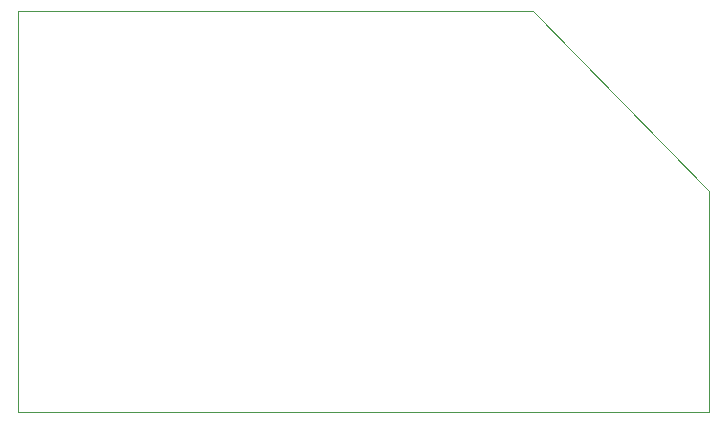
<source format=gm1>
G04 #@! TF.GenerationSoftware,KiCad,Pcbnew,7.0.8-7.0.8~ubuntu22.04.1*
G04 #@! TF.CreationDate,2024-01-26T15:51:08+01:00*
G04 #@! TF.ProjectId,rail,7261696c-2e6b-4696-9361-645f70636258,rev?*
G04 #@! TF.SameCoordinates,Original*
G04 #@! TF.FileFunction,Profile,NP*
%FSLAX46Y46*%
G04 Gerber Fmt 4.6, Leading zero omitted, Abs format (unit mm)*
G04 Created by KiCad (PCBNEW 7.0.8-7.0.8~ubuntu22.04.1) date 2024-01-26 15:51:08*
%MOMM*%
%LPD*%
G01*
G04 APERTURE LIST*
G04 #@! TA.AperFunction,Profile*
%ADD10C,0.100000*%
G04 #@! TD*
G04 APERTURE END LIST*
D10*
X77850000Y-81200000D02*
X77850000Y-47200000D01*
X136350000Y-62450000D02*
X136350000Y-81200000D01*
X136350000Y-81200000D02*
X77850000Y-81200000D01*
X121500000Y-47200000D02*
X136350000Y-62450000D01*
X77850000Y-47200000D02*
X121500000Y-47200000D01*
M02*

</source>
